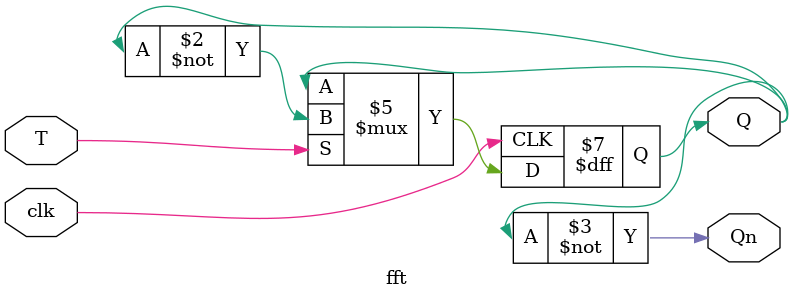
<source format=v>
module fft(
	input clk, T, //rst,
	output reg Q,
	output Qn
);

  always @ (posedge clk) begin
    //if (rst)
      //Q <= 1'b0;
    //else
    	if (T)
      		Q <= ~Q;
    	else
      		Q <= Q;
  end
  assign Qn = ~Q;
endmodule

</source>
